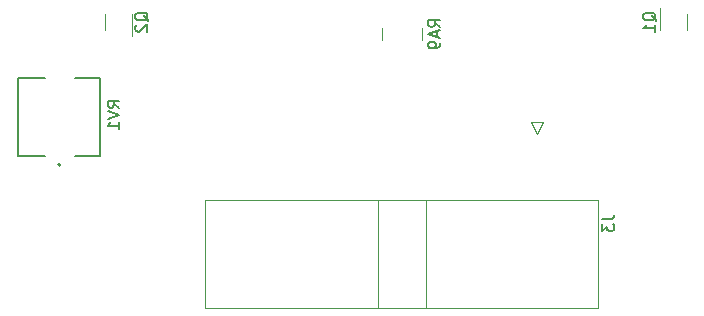
<source format=gbo>
G04 #@! TF.GenerationSoftware,KiCad,Pcbnew,(5.1.7)-1*
G04 #@! TF.CreationDate,2021-11-14T23:49:46-06:00*
G04 #@! TF.ProjectId,in8-2-socket,696e382d-322d-4736-9f63-6b65742e6b69,rev?*
G04 #@! TF.SameCoordinates,Original*
G04 #@! TF.FileFunction,Legend,Bot*
G04 #@! TF.FilePolarity,Positive*
%FSLAX46Y46*%
G04 Gerber Fmt 4.6, Leading zero omitted, Abs format (unit mm)*
G04 Created by KiCad (PCBNEW (5.1.7)-1) date 2021-11-14 23:49:46*
%MOMM*%
%LPD*%
G01*
G04 APERTURE LIST*
%ADD10C,0.120000*%
%ADD11C,0.200000*%
%ADD12C,0.127000*%
%ADD13C,0.150000*%
%ADD14C,2.700000*%
%ADD15C,1.305560*%
%ADD16C,1.700000*%
%ADD17C,1.346200*%
%ADD18R,1.222000X1.222000*%
%ADD19C,1.222000*%
%ADD20R,0.500000X0.800000*%
%ADD21R,0.400000X0.800000*%
%ADD22R,0.400000X0.650000*%
G04 APERTURE END LIST*
D10*
X170930000Y-123440000D02*
X171430000Y-124440000D01*
X171930000Y-123440000D02*
X170930000Y-123440000D01*
X171430000Y-124440000D02*
X171930000Y-123440000D01*
X143360000Y-130060000D02*
X176640000Y-130060000D01*
X143360000Y-139180000D02*
X143360000Y-130060000D01*
X176640000Y-139180000D02*
X143360000Y-139180000D01*
X176640000Y-130060000D02*
X176640000Y-139180000D01*
X157950000Y-130060000D02*
X157950000Y-139180000D01*
X162050000Y-130060000D02*
X162050000Y-139180000D01*
D11*
X131100000Y-127064000D02*
G75*
G03*
X131100000Y-127064000I-100000J0D01*
G01*
D12*
X127470000Y-119700000D02*
X127470000Y-126300000D01*
X129765000Y-119700000D02*
X127480000Y-119700000D01*
X134470000Y-119700000D02*
X132305000Y-119700000D01*
X134470000Y-126300000D02*
X134470000Y-119700000D01*
X132305000Y-126300000D02*
X134470000Y-126300000D01*
X127480000Y-126300000D02*
X129765000Y-126300000D01*
D10*
X158320000Y-115500000D02*
X158320000Y-116500000D01*
X161680000Y-115500000D02*
X161680000Y-116500000D01*
X137160000Y-114300000D02*
X137160000Y-116200000D01*
X134840000Y-115700000D02*
X134840000Y-114300000D01*
X181840000Y-115700000D02*
X181840000Y-113800000D01*
X184160000Y-114300000D02*
X184160000Y-115700000D01*
D13*
X176982380Y-131671666D02*
X177696666Y-131671666D01*
X177839523Y-131624047D01*
X177934761Y-131528809D01*
X177982380Y-131385952D01*
X177982380Y-131290714D01*
X176982380Y-132052619D02*
X176982380Y-132671666D01*
X177363333Y-132338333D01*
X177363333Y-132481190D01*
X177410952Y-132576428D01*
X177458571Y-132624047D01*
X177553809Y-132671666D01*
X177791904Y-132671666D01*
X177887142Y-132624047D01*
X177934761Y-132576428D01*
X177982380Y-132481190D01*
X177982380Y-132195476D01*
X177934761Y-132100238D01*
X177887142Y-132052619D01*
X136101417Y-122227651D02*
X135623914Y-121893399D01*
X136101417Y-121654648D02*
X135098661Y-121654648D01*
X135098661Y-122036650D01*
X135146412Y-122132150D01*
X135194162Y-122179901D01*
X135289662Y-122227651D01*
X135432913Y-122227651D01*
X135528414Y-122179901D01*
X135576164Y-122132150D01*
X135623914Y-122036650D01*
X135623914Y-121654648D01*
X135098661Y-122514153D02*
X136101417Y-122848405D01*
X135098661Y-123182657D01*
X136101417Y-124042162D02*
X136101417Y-123469158D01*
X136101417Y-123755660D02*
X135098661Y-123755660D01*
X135241912Y-123660160D01*
X135337413Y-123564659D01*
X135385163Y-123469158D01*
X163252380Y-115404761D02*
X162776190Y-115071428D01*
X163252380Y-114833333D02*
X162252380Y-114833333D01*
X162252380Y-115214285D01*
X162300000Y-115309523D01*
X162347619Y-115357142D01*
X162442857Y-115404761D01*
X162585714Y-115404761D01*
X162680952Y-115357142D01*
X162728571Y-115309523D01*
X162776190Y-115214285D01*
X162776190Y-114833333D01*
X162966666Y-115785714D02*
X162966666Y-116261904D01*
X163252380Y-115690476D02*
X162252380Y-116023809D01*
X163252380Y-116357142D01*
X163252380Y-116738095D02*
X163252380Y-116928571D01*
X163204761Y-117023809D01*
X163157142Y-117071428D01*
X163014285Y-117166666D01*
X162823809Y-117214285D01*
X162442857Y-117214285D01*
X162347619Y-117166666D01*
X162300000Y-117119047D01*
X162252380Y-117023809D01*
X162252380Y-116833333D01*
X162300000Y-116738095D01*
X162347619Y-116690476D01*
X162442857Y-116642857D01*
X162680952Y-116642857D01*
X162776190Y-116690476D01*
X162823809Y-116738095D01*
X162871428Y-116833333D01*
X162871428Y-117023809D01*
X162823809Y-117119047D01*
X162776190Y-117166666D01*
X162680952Y-117214285D01*
X138547619Y-114904761D02*
X138500000Y-114809523D01*
X138404761Y-114714285D01*
X138261904Y-114571428D01*
X138214285Y-114476190D01*
X138214285Y-114380952D01*
X138452380Y-114428571D02*
X138404761Y-114333333D01*
X138309523Y-114238095D01*
X138119047Y-114190476D01*
X137785714Y-114190476D01*
X137595238Y-114238095D01*
X137500000Y-114333333D01*
X137452380Y-114428571D01*
X137452380Y-114619047D01*
X137500000Y-114714285D01*
X137595238Y-114809523D01*
X137785714Y-114857142D01*
X138119047Y-114857142D01*
X138309523Y-114809523D01*
X138404761Y-114714285D01*
X138452380Y-114619047D01*
X138452380Y-114428571D01*
X137547619Y-115238095D02*
X137500000Y-115285714D01*
X137452380Y-115380952D01*
X137452380Y-115619047D01*
X137500000Y-115714285D01*
X137547619Y-115761904D01*
X137642857Y-115809523D01*
X137738095Y-115809523D01*
X137880952Y-115761904D01*
X138452380Y-115190476D01*
X138452380Y-115809523D01*
X181547619Y-114904761D02*
X181500000Y-114809523D01*
X181404761Y-114714285D01*
X181261904Y-114571428D01*
X181214285Y-114476190D01*
X181214285Y-114380952D01*
X181452380Y-114428571D02*
X181404761Y-114333333D01*
X181309523Y-114238095D01*
X181119047Y-114190476D01*
X180785714Y-114190476D01*
X180595238Y-114238095D01*
X180500000Y-114333333D01*
X180452380Y-114428571D01*
X180452380Y-114619047D01*
X180500000Y-114714285D01*
X180595238Y-114809523D01*
X180785714Y-114857142D01*
X181119047Y-114857142D01*
X181309523Y-114809523D01*
X181404761Y-114714285D01*
X181452380Y-114619047D01*
X181452380Y-114428571D01*
X181452380Y-115809523D02*
X181452380Y-115238095D01*
X181452380Y-115523809D02*
X180452380Y-115523809D01*
X180595238Y-115428571D01*
X180690476Y-115333333D01*
X180738095Y-115238095D01*
%LPC*%
D14*
X193000000Y-93000000D03*
D15*
X202506020Y-103003160D03*
X200006660Y-99754500D03*
X200255580Y-97506600D03*
X203506780Y-94506860D03*
X205503220Y-94506860D03*
X207504740Y-95507620D03*
X208754420Y-97506600D03*
X209003340Y-99754500D03*
X208254040Y-101753480D03*
X206503980Y-103003160D03*
X200755960Y-101753480D03*
X201505260Y-95507620D03*
X112500260Y-95502420D03*
X111750960Y-101748280D03*
X117498980Y-102997960D03*
X119249040Y-101748280D03*
X119998340Y-99749300D03*
X119749420Y-97501400D03*
X118499740Y-95502420D03*
X116498220Y-94501660D03*
X114501780Y-94501660D03*
X111250580Y-97501400D03*
X111001660Y-99749300D03*
X113501020Y-102997960D03*
X136501020Y-102997960D03*
X134001660Y-99749300D03*
X134250580Y-97501400D03*
X137501780Y-94501660D03*
X139498220Y-94501660D03*
X141499740Y-95502420D03*
X142749420Y-97501400D03*
X142998340Y-99749300D03*
X142249040Y-101748280D03*
X140498980Y-102997960D03*
X134750960Y-101748280D03*
X135500260Y-95502420D03*
X179506020Y-103003160D03*
X177006660Y-99754500D03*
X177255580Y-97506600D03*
X180506780Y-94506860D03*
X182503220Y-94506860D03*
X184504740Y-95507620D03*
X185754420Y-97506600D03*
X186003340Y-99754500D03*
X185254040Y-101753480D03*
X183503980Y-103003160D03*
X177755960Y-101753480D03*
X178505260Y-95507620D03*
D14*
X193000000Y-108000000D03*
X160000000Y-108000000D03*
X127000000Y-93000000D03*
X127000000Y-108000000D03*
D16*
X148570000Y-128330000D03*
X151110000Y-128330000D03*
X153650000Y-128330000D03*
X156190000Y-128330000D03*
X158730000Y-128330000D03*
X161270000Y-128330000D03*
X163810000Y-128330000D03*
X166350000Y-128330000D03*
X168890000Y-128330000D03*
X171430000Y-128330000D03*
X148570000Y-125790000D03*
X151110000Y-125790000D03*
X153650000Y-125790000D03*
X156190000Y-125790000D03*
X158730000Y-125790000D03*
X161270000Y-125790000D03*
X163810000Y-125790000D03*
X166350000Y-125790000D03*
X168890000Y-125790000D03*
G36*
G01*
X172030000Y-126640000D02*
X170830000Y-126640000D01*
G75*
G02*
X170580000Y-126390000I0J250000D01*
G01*
X170580000Y-125190000D01*
G75*
G02*
X170830000Y-124940000I250000J0D01*
G01*
X172030000Y-124940000D01*
G75*
G02*
X172280000Y-125190000I0J-250000D01*
G01*
X172280000Y-126390000D01*
G75*
G02*
X172030000Y-126640000I-250000J0D01*
G01*
G37*
D17*
X161270000Y-99000000D03*
X158730000Y-99000000D03*
D18*
X131000000Y-125540000D03*
D19*
X133540000Y-123000000D03*
X131000000Y-120460000D03*
D20*
X161200000Y-116900000D03*
D21*
X159600000Y-116900000D03*
X160400000Y-116900000D03*
D20*
X158800000Y-116900000D03*
D21*
X160400000Y-115100000D03*
D20*
X161200000Y-115100000D03*
D21*
X159600000Y-115100000D03*
D20*
X158800000Y-115100000D03*
D22*
X136650000Y-115950000D03*
X135350000Y-115950000D03*
X136000000Y-114050000D03*
X136000000Y-115950000D03*
X135350000Y-114050000D03*
X136650000Y-114050000D03*
X182350000Y-114050000D03*
X183650000Y-114050000D03*
X183000000Y-115950000D03*
X183000000Y-114050000D03*
X183650000Y-115950000D03*
X182350000Y-115950000D03*
M02*

</source>
